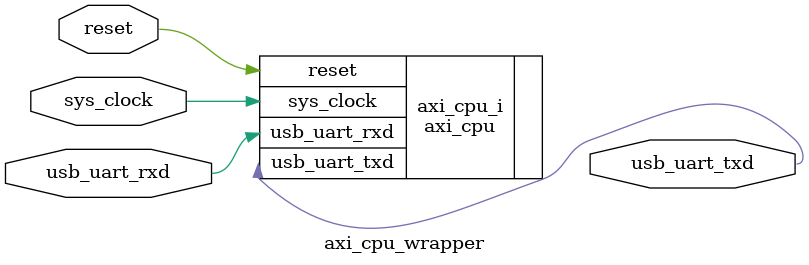
<source format=v>
`timescale 1 ps / 1 ps

module axi_cpu_wrapper
   (reset,
    sys_clock,
    usb_uart_rxd,
    usb_uart_txd);
  input reset;
  input sys_clock;
  input usb_uart_rxd;
  output usb_uart_txd;

  wire reset;
  wire sys_clock;
  wire usb_uart_rxd;
  wire usb_uart_txd;

  axi_cpu axi_cpu_i
       (.reset(reset),
        .sys_clock(sys_clock),
        .usb_uart_rxd(usb_uart_rxd),
        .usb_uart_txd(usb_uart_txd));
endmodule

</source>
